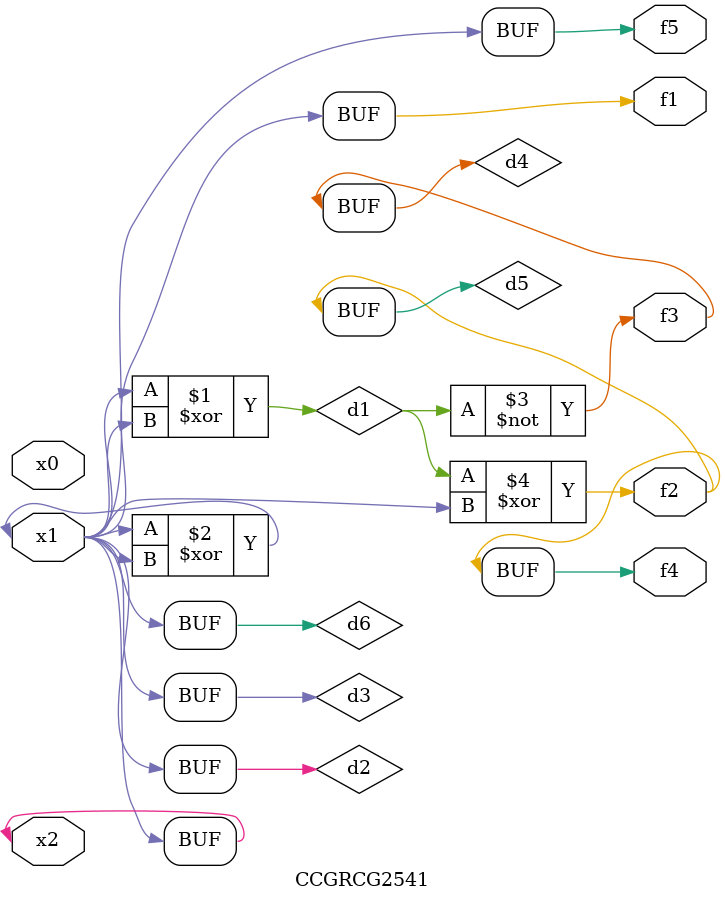
<source format=v>
module CCGRCG2541(
	input x0, x1, x2,
	output f1, f2, f3, f4, f5
);

	wire d1, d2, d3, d4, d5, d6;

	xor (d1, x1, x2);
	buf (d2, x1, x2);
	xor (d3, x1, x2);
	nor (d4, d1);
	xor (d5, d1, d2);
	buf (d6, d2, d3);
	assign f1 = d6;
	assign f2 = d5;
	assign f3 = d4;
	assign f4 = d5;
	assign f5 = d6;
endmodule

</source>
